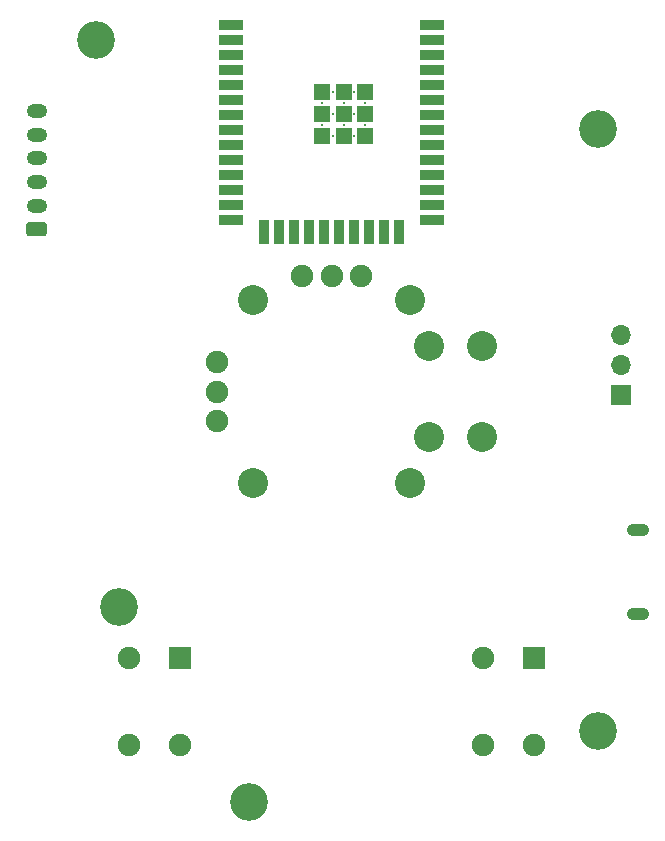
<source format=gbr>
G04 #@! TF.GenerationSoftware,KiCad,Pcbnew,(5.1.10)-1*
G04 #@! TF.CreationDate,2021-08-19T14:22:58+09:00*
G04 #@! TF.ProjectId,controller,636f6e74-726f-46c6-9c65-722e6b696361,rev?*
G04 #@! TF.SameCoordinates,Original*
G04 #@! TF.FileFunction,Soldermask,Bot*
G04 #@! TF.FilePolarity,Negative*
%FSLAX46Y46*%
G04 Gerber Fmt 4.6, Leading zero omitted, Abs format (unit mm)*
G04 Created by KiCad (PCBNEW (5.1.10)-1) date 2021-08-19 14:22:58*
%MOMM*%
%LPD*%
G01*
G04 APERTURE LIST*
%ADD10C,3.200000*%
%ADD11C,0.300000*%
%ADD12R,1.330000X1.330000*%
%ADD13R,2.000000X0.900000*%
%ADD14R,0.900000X2.000000*%
%ADD15C,2.540000*%
%ADD16C,1.905000*%
%ADD17R,1.905000X1.905000*%
%ADD18O,1.700000X1.700000*%
%ADD19R,1.700000X1.700000*%
%ADD20O,1.750000X1.200000*%
%ADD21O,1.900000X1.050000*%
G04 APERTURE END LIST*
D10*
X20500000Y-73500000D03*
X50000000Y-67500000D03*
X7500000Y-9000000D03*
D11*
X27582500Y-17075000D03*
X29417500Y-17075000D03*
X26665000Y-16157500D03*
X28500000Y-16157500D03*
X30335000Y-16157500D03*
X27582500Y-15240000D03*
X29417500Y-15240000D03*
X26665000Y-14322500D03*
X28500000Y-14322500D03*
X30335000Y-14322500D03*
X27582500Y-13405000D03*
X29417500Y-13405000D03*
D12*
X26665000Y-17075000D03*
X28500000Y-17075000D03*
X30335000Y-17075000D03*
X26665000Y-15240000D03*
X28500000Y-15240000D03*
X30335000Y-15240000D03*
X26665000Y-13405000D03*
X28500000Y-13405000D03*
X30335000Y-13405000D03*
D13*
X19000000Y-7740000D03*
X19000000Y-9010000D03*
X19000000Y-10280000D03*
X19000000Y-11550000D03*
X19000000Y-12820000D03*
X19000000Y-14090000D03*
X19000000Y-15360000D03*
X19000000Y-16630000D03*
X19000000Y-17900000D03*
X19000000Y-19170000D03*
X19000000Y-20440000D03*
X19000000Y-21710000D03*
X19000000Y-22980000D03*
X19000000Y-24250000D03*
D14*
X21785000Y-25250000D03*
X23055000Y-25250000D03*
X24325000Y-25250000D03*
X25595000Y-25250000D03*
X26865000Y-25250000D03*
X28135000Y-25250000D03*
X29405000Y-25250000D03*
X30675000Y-25250000D03*
X31945000Y-25250000D03*
X33215000Y-25250000D03*
D13*
X36000000Y-24250000D03*
X36000000Y-22980000D03*
X36000000Y-21710000D03*
X36000000Y-20440000D03*
X36000000Y-19170000D03*
X36000000Y-17900000D03*
X36000000Y-16630000D03*
X36000000Y-15360000D03*
X36000000Y-14090000D03*
X36000000Y-12820000D03*
X36000000Y-11550000D03*
X36000000Y-10280000D03*
X36000000Y-9010000D03*
X36000000Y-7740000D03*
D10*
X50000000Y-16500000D03*
X9500000Y-57000000D03*
D15*
X20850000Y-46500000D03*
X34150000Y-46500000D03*
X34150000Y-31000000D03*
X20850000Y-31000000D03*
X35750000Y-42600000D03*
X40250000Y-42600000D03*
X40250000Y-34900000D03*
X35750000Y-34900000D03*
D16*
X17750000Y-41250000D03*
X17750000Y-38750000D03*
X17750000Y-36250000D03*
X30000000Y-29000000D03*
X27500000Y-29000000D03*
X25000000Y-29000000D03*
D17*
X14659000Y-61317000D03*
D16*
X10341000Y-61317000D03*
X10341000Y-68683000D03*
X14659000Y-68683000D03*
D17*
X44659000Y-61317000D03*
D16*
X40341000Y-61317000D03*
X40341000Y-68683000D03*
X44659000Y-68683000D03*
D18*
X52000000Y-33920000D03*
X52000000Y-36460000D03*
D19*
X52000000Y-39000000D03*
D20*
X2500000Y-15000000D03*
X2500000Y-17000000D03*
X2500000Y-19000000D03*
X2500000Y-21000000D03*
X2500000Y-23000000D03*
G36*
G01*
X3125001Y-25600000D02*
X1874999Y-25600000D01*
G75*
G02*
X1625000Y-25350001I0J249999D01*
G01*
X1625000Y-24649999D01*
G75*
G02*
X1874999Y-24400000I249999J0D01*
G01*
X3125001Y-24400000D01*
G75*
G02*
X3375000Y-24649999I0J-249999D01*
G01*
X3375000Y-25350001D01*
G75*
G02*
X3125001Y-25600000I-249999J0D01*
G01*
G37*
D21*
X53450000Y-50425000D03*
X53450000Y-57575000D03*
M02*

</source>
